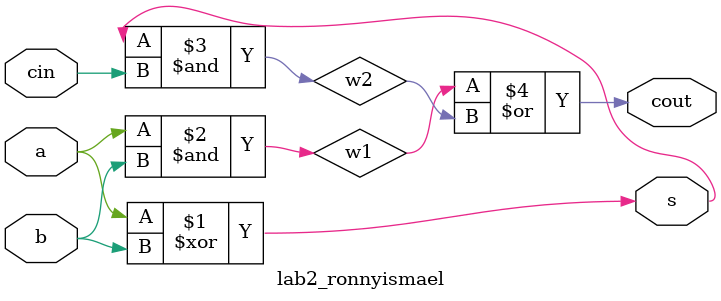
<source format=v>
module lab2_ronnyismael(input a, input b, input cin, output s, output cout);

	wire w1, w2;
	xor(s,a,b);
	and(w1,a,b);
	and(w2,s,cin);
	or(cout,w1,w2);

endmodule

</source>
